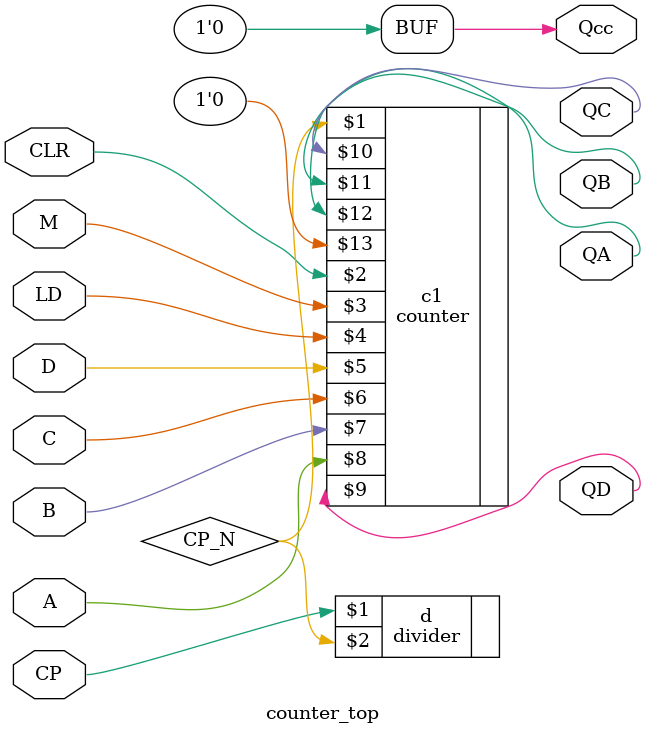
<source format=v>
`timescale 1ns / 1ps
module counter_top(CP,CLR,M,LD,D,C,B,A,QD,QC,QB,QA,Qcc);
input CP,CLR,M,LD;//CLR,LDµÍµçÆ½ÓÐÐ§
input D,C,B,A;
output reg QD,QC,QB,QA;
output reg Qcc=0;
wire CP_N;
divider d(CP,CP_N);
counter c1(CP_N,CLR,M,LD,D,C,B,A,QD,QC,QB,QA,Qcc);
endmodule

</source>
